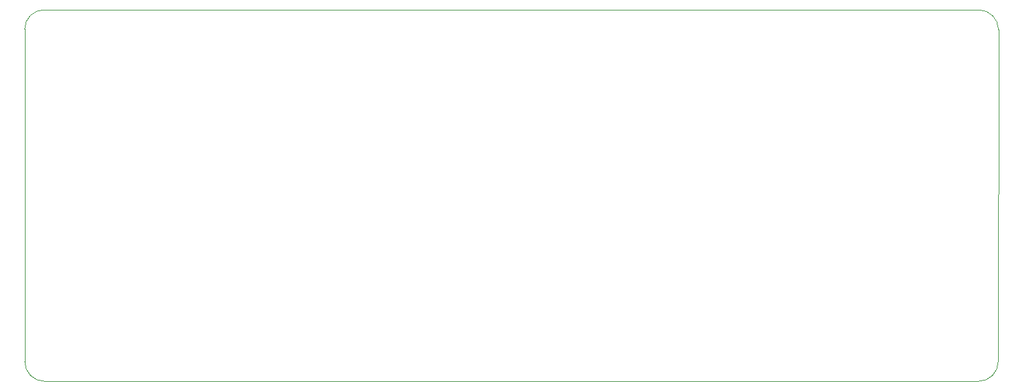
<source format=gm1>
%TF.GenerationSoftware,KiCad,Pcbnew,8.0.4*%
%TF.CreationDate,2024-08-08T15:11:11+02:00*%
%TF.ProjectId,W65C816 Debug Display,57363543-3831-4362-9044-656275672044,V1*%
%TF.SameCoordinates,PX2b4c984PY5781bbc*%
%TF.FileFunction,Profile,NP*%
%FSLAX46Y46*%
G04 Gerber Fmt 4.6, Leading zero omitted, Abs format (unit mm)*
G04 Created by KiCad (PCBNEW 8.0.4) date 2024-08-08 15:11:11*
%MOMM*%
%LPD*%
G01*
G04 APERTURE LIST*
%TA.AperFunction,Profile*%
%ADD10C,0.100000*%
%TD*%
G04 APERTURE END LIST*
D10*
X-1927915Y0D02*
X-1927915Y42976800D01*
X121307915Y45453300D02*
G75*
G02*
X123870900Y42890385I-15J-2563000D01*
G01*
X123847915Y0D02*
G75*
G02*
X121285000Y-2562915I-2562915J0D01*
G01*
X-1927915Y42976800D02*
G75*
G02*
X548585Y45453315I2476515J0D01*
G01*
X548585Y45453300D02*
X121307915Y45453300D01*
X635000Y-2562915D02*
G75*
G02*
X-1927915Y0I0J2562915D01*
G01*
X123870830Y42890385D02*
X123847915Y0D01*
X121285000Y-2562915D02*
X635000Y-2562915D01*
M02*

</source>
